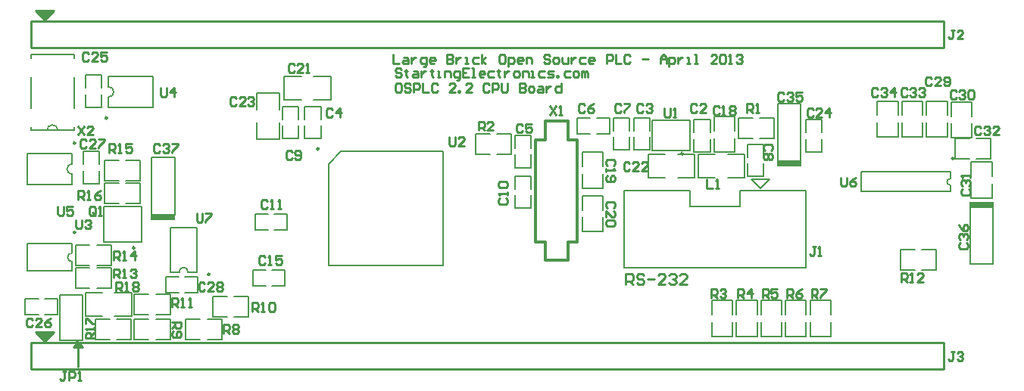
<source format=gto>
%FSLAX42Y42*%
%MOMM*%
G71*
G01*
G75*
%ADD10C,0.20*%
%ADD11C,0.30*%
%ADD12R,1.00X0.85*%
%ADD13R,1.50X1.30*%
%ADD14R,1.00X1.10*%
%ADD15R,1.30X1.50*%
%ADD16R,1.10X1.00*%
%ADD17R,1.50X5.50*%
%ADD18R,1.80X1.60*%
%ADD19R,1.60X1.80*%
%ADD20R,0.30X1.60*%
%ADD21R,1.60X0.30*%
%ADD22R,1.80X0.60*%
%ADD23R,1.80X2.15*%
%ADD24R,0.60X2.20*%
%ADD25R,0.60X1.55*%
%ADD26R,1.90X1.30*%
%ADD27R,0.60X1.80*%
%ADD28C,0.25*%
%ADD29C,0.50*%
%ADD30C,0.40*%
%ADD31C,1.00*%
%ADD32C,1.50*%
%ADD33R,1.50X1.50*%
%ADD34C,1.60*%
%ADD35C,1.10*%
%ADD36C,0.60*%
%ADD37C,1.00*%
%ADD38C,1.20*%
%ADD39R,1.90X1.00*%
%ADD40R,1.50X1.00*%
%ADD41R,1.90X0.70*%
%ADD42R,2.80X1.50*%
%ADD43C,0.25*%
%ADD44C,0.13*%
%ADD45R,2.80X0.65*%
D10*
X1905Y-2959D02*
G03*
X1805Y-2959I-50J0D01*
G01*
X10425Y-1913D02*
G03*
X10425Y-1987I0J-37D01*
G01*
X609Y-1749D02*
G03*
X609Y-1866I0J-58D01*
G01*
X450Y-1375D02*
G03*
X325Y-1375I-62J0D01*
G01*
X1015Y-1001D02*
G03*
X1015Y-884I0J58D01*
G01*
X609Y-2745D02*
G03*
X609Y-2845I0J-50D01*
G01*
X5740Y-2030D02*
Y-1885D01*
X5560Y-2030D02*
Y-1885D01*
X5740D01*
X5560Y-2245D02*
X5740D01*
Y-2100D01*
X5560Y-2245D02*
Y-2100D01*
X1880Y-3485D02*
X2040D01*
X1880Y-3715D02*
X2040D01*
X1880D02*
Y-3485D01*
X2280Y-3715D02*
Y-3485D01*
X2120D02*
X2280D01*
X2120Y-3715D02*
X2280D01*
X1305Y-3485D02*
X1465D01*
X1305Y-3715D02*
X1465D01*
X1305D02*
Y-3485D01*
X1705Y-3715D02*
Y-3485D01*
X1545D02*
X1705D01*
X1545Y-3715D02*
X1705D01*
X2180Y-3235D02*
X2340D01*
X2180Y-3465D02*
X2340D01*
X2180D02*
Y-3235D01*
X2580Y-3465D02*
Y-3235D01*
X2420D02*
X2580D01*
X2420Y-3465D02*
X2580D01*
X1305Y-3210D02*
X1465D01*
X1305Y-3440D02*
X1465D01*
X1305D02*
Y-3210D01*
X1705Y-3440D02*
Y-3210D01*
X1545D02*
X1705D01*
X1545Y-3440D02*
X1705D01*
X2630Y-2935D02*
X2775D01*
X2630Y-3115D02*
X2775D01*
X2630D02*
Y-2935D01*
X2990Y-3115D02*
Y-2935D01*
X2845D02*
X2990D01*
X2845Y-3115D02*
X2990D01*
X8265Y-3440D02*
Y-3280D01*
X8035Y-3440D02*
Y-3280D01*
X8265D01*
X8035Y-3680D02*
X8265D01*
Y-3520D01*
X8035Y-3680D02*
Y-3520D01*
X8540Y-3440D02*
Y-3280D01*
X8310Y-3440D02*
Y-3280D01*
X8540D01*
X8310Y-3680D02*
X8540D01*
Y-3520D01*
X8310Y-3680D02*
Y-3520D01*
X8815Y-3440D02*
Y-3280D01*
X8585Y-3440D02*
Y-3280D01*
X8815D01*
X8585Y-3680D02*
X8815D01*
Y-3520D01*
X8585Y-3680D02*
Y-3520D01*
X9090Y-3440D02*
Y-3280D01*
X8860Y-3440D02*
Y-3280D01*
X9090D01*
X8860Y-3680D02*
X9090D01*
Y-3520D01*
X8860Y-3680D02*
Y-3520D01*
X2655Y-2310D02*
X2800D01*
X2655Y-2490D02*
X2800D01*
X2655D02*
Y-2310D01*
X3015Y-2490D02*
Y-2310D01*
X2870D02*
X3015D01*
X2870Y-2490D02*
X3015D01*
X6540Y-2265D02*
Y-2105D01*
X6310Y-2265D02*
Y-2105D01*
X6540D01*
X6310Y-2505D02*
X6540D01*
Y-2345D01*
X6310Y-2505D02*
Y-2345D01*
X2670Y-1475D02*
X2930D01*
X2670Y-955D02*
X2930D01*
X2670Y-1145D02*
Y-955D01*
X2930Y-1145D02*
Y-955D01*
X2670Y-1475D02*
Y-1285D01*
X2930Y-1475D02*
Y-1285D01*
X3140Y-1250D02*
Y-1105D01*
X2960Y-1250D02*
Y-1105D01*
X3140D01*
X2960Y-1465D02*
X3140D01*
Y-1320D01*
X2960Y-1465D02*
Y-1320D01*
X6310Y-2020D02*
Y-1860D01*
X6540Y-2020D02*
Y-1860D01*
X6310Y-2020D02*
X6540D01*
X6310Y-1620D02*
X6540D01*
X6310Y-1780D02*
Y-1620D01*
X6540Y-1780D02*
Y-1620D01*
X7990Y-3440D02*
Y-3280D01*
X7760Y-3440D02*
Y-3280D01*
X7990D01*
X7760Y-3680D02*
X7990D01*
Y-3520D01*
X7760Y-3680D02*
Y-3520D01*
X6660Y-1595D02*
Y-1450D01*
X6840Y-1595D02*
Y-1450D01*
X6660Y-1595D02*
X6840D01*
X6660Y-1235D02*
X6840D01*
X6660Y-1380D02*
Y-1235D01*
X6840Y-1380D02*
Y-1235D01*
X7050Y-1905D02*
Y-1645D01*
X7570Y-1905D02*
Y-1645D01*
X7380D02*
X7570D01*
X7380Y-1905D02*
X7570D01*
X7050Y-1645D02*
X7240D01*
X7050Y-1905D02*
X7240D01*
X8340Y-1675D02*
Y-1530D01*
X8160Y-1675D02*
Y-1530D01*
X8340D01*
X8160Y-1890D02*
X8340D01*
Y-1745D01*
X8160Y-1890D02*
Y-1745D01*
X5360Y-1640D02*
X5520D01*
X5360Y-1410D02*
X5520D01*
Y-1640D02*
Y-1410D01*
X5120Y-1640D02*
Y-1410D01*
Y-1640D02*
X5280D01*
X5120Y-1410D02*
X5280D01*
X6255Y-1235D02*
X6400D01*
X6255Y-1415D02*
X6400D01*
X6255D02*
Y-1235D01*
X6615Y-1415D02*
Y-1235D01*
X6470D02*
X6615D01*
X6470Y-1415D02*
X6615D01*
X8125Y-1905D02*
Y-1645D01*
X7605Y-1905D02*
Y-1645D01*
Y-1905D02*
X7795D01*
X7605Y-1645D02*
X7795D01*
X7935Y-1905D02*
X8125D01*
X7935Y-1645D02*
X8125D01*
X3475Y-2890D02*
Y-1750D01*
X3615Y-1610D01*
X4755D01*
Y-2890D02*
Y-1610D01*
X3475Y-2890D02*
X4755D01*
X5740Y-1575D02*
Y-1430D01*
X5560Y-1575D02*
Y-1430D01*
X5740D01*
X5560Y-1790D02*
X5740D01*
Y-1645D01*
X5560Y-1790D02*
Y-1645D01*
X3500Y-1030D02*
Y-770D01*
X2980Y-1030D02*
Y-770D01*
Y-1030D02*
X3170D01*
X2980Y-770D02*
X3170D01*
X3310Y-1030D02*
X3500D01*
X3310Y-770D02*
X3500D01*
X3390Y-1250D02*
Y-1105D01*
X3210Y-1250D02*
Y-1105D01*
X3390D01*
X3210Y-1465D02*
X3390D01*
Y-1320D01*
X3210Y-1465D02*
Y-1320D01*
X8055Y-1235D02*
X8215D01*
X8055Y-1465D02*
X8215D01*
X8055D02*
Y-1235D01*
X8455Y-1465D02*
Y-1235D01*
X8295D02*
X8455D01*
X8295Y-1465D02*
X8455D01*
X6885Y-1595D02*
Y-1450D01*
X7065Y-1595D02*
Y-1450D01*
X6885Y-1595D02*
X7065D01*
X6885Y-1235D02*
X7065D01*
X6885Y-1380D02*
Y-1235D01*
X7065Y-1380D02*
Y-1235D01*
X7785Y-1620D02*
Y-1460D01*
X8015Y-1620D02*
Y-1460D01*
X7785Y-1620D02*
X8015D01*
X7785Y-1220D02*
X8015D01*
X7785Y-1380D02*
Y-1220D01*
X8015Y-1380D02*
Y-1220D01*
X7740Y-1400D02*
Y-1255D01*
X7560Y-1400D02*
Y-1255D01*
X7740D01*
X7560Y-1615D02*
X7740D01*
Y-1470D01*
X7560Y-1615D02*
Y-1470D01*
X7095Y-1600D02*
Y-1260D01*
X7515D01*
Y-1600D02*
Y-1260D01*
X7095Y-1600D02*
X7515D01*
X473Y-3219D02*
X727D01*
Y-3727D02*
Y-3219D01*
X473Y-3727D02*
X727D01*
X473D02*
Y-3219D01*
X1275Y-3455D02*
Y-3195D01*
X755Y-3455D02*
Y-3195D01*
Y-3455D02*
X945D01*
X755Y-3195D02*
X945D01*
X1085Y-3455D02*
X1275D01*
X1085Y-3195D02*
X1275D01*
X965Y-2625D02*
Y-2225D01*
X1385D01*
Y-2625D02*
Y-2225D01*
X965Y-2625D02*
X1385D01*
X1110Y-3715D02*
X1270D01*
X1110Y-3485D02*
X1270D01*
Y-3715D02*
Y-3485D01*
X870Y-3715D02*
Y-3485D01*
Y-3715D02*
X1030D01*
X870Y-3485D02*
X1030D01*
X1905Y-2959D02*
X2005D01*
X1705D02*
X1805D01*
X1705Y-2459D02*
X2005D01*
Y-2959D02*
Y-2459D01*
X1705Y-2959D02*
Y-2459D01*
X1210Y-2190D02*
X1370D01*
X1210Y-1960D02*
X1370D01*
Y-2190D02*
Y-1960D01*
X970Y-2190D02*
Y-1960D01*
Y-2190D02*
X1130D01*
X970Y-1960D02*
X1130D01*
X1655Y-3010D02*
X1800D01*
X1655Y-3190D02*
X1800D01*
X1655D02*
Y-3010D01*
X2015Y-3190D02*
Y-3010D01*
X1870D02*
X2015D01*
X1870Y-3190D02*
X2015D01*
X1625Y-1677D02*
X1755D01*
Y-2315D02*
Y-1677D01*
X1495Y-2315D02*
Y-1677D01*
X1625D01*
X9610Y-1445D02*
Y-1285D01*
X9840Y-1445D02*
Y-1285D01*
X9610Y-1445D02*
X9840D01*
X9610Y-1045D02*
X9840D01*
X9610Y-1205D02*
Y-1045D01*
X9840Y-1205D02*
Y-1045D01*
X9885Y-1445D02*
Y-1285D01*
X10115Y-1445D02*
Y-1285D01*
X9885Y-1445D02*
X10115D01*
X9885Y-1045D02*
X10115D01*
X9885Y-1205D02*
Y-1045D01*
X10115Y-1205D02*
Y-1045D01*
X10480Y-1460D02*
X10640D01*
X10480Y-1690D02*
X10640D01*
X10480D02*
Y-1460D01*
X10880Y-1690D02*
Y-1460D01*
X10720D02*
X10880D01*
X10720Y-1690D02*
X10880D01*
X10890Y-1890D02*
Y-1730D01*
X10660Y-1890D02*
Y-1730D01*
X10890D01*
X10660Y-2130D02*
X10890D01*
Y-1970D01*
X10660Y-2130D02*
Y-1970D01*
X10645Y-2873D02*
X10775D01*
X10645D02*
Y-2235D01*
X10905Y-2873D02*
Y-2235D01*
X10775Y-2873D02*
X10905D01*
X10665Y-1215D02*
Y-1055D01*
X10435Y-1215D02*
Y-1055D01*
X10665D01*
X10435Y-1455D02*
X10665D01*
Y-1295D01*
X10435Y-1455D02*
Y-1295D01*
X10425Y-1913D02*
Y-1840D01*
Y-2060D02*
Y-1987D01*
X9425Y-2060D02*
Y-1840D01*
X10425D01*
X9425Y-2060D02*
X10425D01*
X10160Y-1445D02*
Y-1285D01*
X10390Y-1445D02*
Y-1285D01*
X10160Y-1445D02*
X10390D01*
X10160Y-1045D02*
X10390D01*
X10160Y-1205D02*
Y-1045D01*
X10390Y-1205D02*
Y-1045D01*
X6776Y-2045D02*
X7513D01*
X6776Y-2909D02*
Y-2045D01*
Y-2909D02*
X8808D01*
X8071Y-2223D02*
Y-2045D01*
X7513Y-2223D02*
X8071D01*
X7513D02*
Y-2045D01*
X8808Y-2909D02*
Y-2045D01*
X8198Y-1918D02*
X8300Y-2020D01*
X8198Y-1918D02*
X8402D01*
X8300Y-2020D02*
X8402Y-1918D01*
X8071Y-2045D02*
X8808D01*
X609Y-1749D02*
Y-1633D01*
Y-1983D02*
Y-1866D01*
X110Y-1983D02*
Y-1633D01*
X609D01*
X110Y-1983D02*
X609D01*
X253Y-1375D02*
X634D01*
X147Y-525D02*
X634D01*
X147Y-1375D02*
X528D01*
X634Y-1125D02*
Y-775D01*
X147Y-1125D02*
Y-775D01*
X634Y-567D02*
Y-525D01*
X147Y-567D02*
Y-525D01*
X634Y-1375D02*
Y-1333D01*
X147Y-1375D02*
Y-1333D01*
X735Y-1970D02*
Y-1825D01*
X915Y-1970D02*
Y-1825D01*
X735Y-1970D02*
X915D01*
X735Y-1610D02*
X915D01*
X735Y-1755D02*
Y-1610D01*
X915Y-1755D02*
Y-1610D01*
X1015Y-1118D02*
Y-1001D01*
Y-884D02*
Y-768D01*
X1515Y-1118D02*
Y-768D01*
X1015Y-1118D02*
X1515D01*
X1015Y-768D02*
X1515D01*
X300Y-3440D02*
X445D01*
X300Y-3260D02*
X445D01*
Y-3440D02*
Y-3260D01*
X85Y-3440D02*
Y-3260D01*
Y-3440D02*
X230D01*
X85Y-3260D02*
X230D01*
X609Y-2745D02*
Y-2645D01*
Y-2945D02*
Y-2845D01*
X110Y-2945D02*
Y-2645D01*
X609D01*
X110Y-2945D02*
X609D01*
X885Y-3140D02*
X1045D01*
X885Y-2910D02*
X1045D01*
Y-3140D02*
Y-2910D01*
X645Y-3140D02*
Y-2910D01*
Y-3140D02*
X805D01*
X645Y-2910D02*
X805D01*
X885Y-2890D02*
X1045D01*
X885Y-2660D02*
X1045D01*
Y-2890D02*
Y-2660D01*
X645Y-2890D02*
Y-2660D01*
Y-2890D02*
X805D01*
X645Y-2660D02*
X805D01*
X940Y-900D02*
Y-755D01*
X760Y-900D02*
Y-755D01*
X940D01*
X760Y-1115D02*
X940D01*
Y-970D01*
X760Y-1115D02*
Y-970D01*
X10110Y-2940D02*
X10270D01*
X10110Y-2710D02*
X10270D01*
Y-2940D02*
Y-2710D01*
X9870Y-2940D02*
Y-2710D01*
Y-2940D02*
X10030D01*
X9870Y-2710D02*
X10030D01*
X8990Y-1400D02*
Y-1255D01*
X8810Y-1400D02*
Y-1255D01*
X8990D01*
X8810Y-1615D02*
X8990D01*
Y-1470D01*
X8810Y-1615D02*
Y-1470D01*
X8625Y-1077D02*
X8755D01*
Y-1715D02*
Y-1077D01*
X8495Y-1715D02*
Y-1077D01*
X8625D01*
X970Y-1710D02*
X1130D01*
X970Y-1940D02*
X1130D01*
X970D02*
Y-1710D01*
X1370Y-1940D02*
Y-1710D01*
X1210D02*
X1370D01*
X1210Y-1940D02*
X1370D01*
D11*
X6155Y-2620D02*
X6255D01*
X5785D02*
X5895D01*
X5785Y-1480D02*
X5895D01*
X6155D02*
X6255D01*
Y-2620D02*
Y-1480D01*
X5785Y-2620D02*
Y-1480D01*
X6155D02*
Y-1270D01*
X5895D02*
X6155D01*
X5895Y-1480D02*
Y-1270D01*
Y-2830D02*
Y-2620D01*
Y-2830D02*
X6155D01*
Y-2620D01*
D28*
X150Y-450D02*
X10350D01*
X198Y-30D02*
X300Y-132D01*
X198Y-30D02*
X402D01*
X300Y-132D02*
X402Y-30D01*
X150Y-450D02*
Y-150D01*
X10350D01*
Y-450D02*
Y-150D01*
Y-4050D02*
Y-3750D01*
X150D02*
X10350D01*
X150Y-4050D02*
Y-3750D01*
X300Y-3732D02*
X402Y-3630D01*
X198D02*
X402D01*
X198D02*
X300Y-3732D01*
X150Y-4050D02*
X10350D01*
X650Y-3727D02*
X675Y-3752D01*
Y-4025D02*
Y-3752D01*
X627Y-3800D02*
X675Y-3752D01*
X677D01*
X725Y-3800D01*
X627D02*
X725D01*
X7592Y-1092D02*
X7575Y-1075D01*
X7542D01*
X7525Y-1092D01*
Y-1158D01*
X7542Y-1175D01*
X7575D01*
X7592Y-1158D01*
X7692Y-1175D02*
X7625D01*
X7692Y-1108D01*
Y-1092D01*
X7675Y-1075D01*
X7642D01*
X7625Y-1092D01*
X6992D02*
X6975Y-1075D01*
X6942D01*
X6925Y-1092D01*
Y-1158D01*
X6942Y-1175D01*
X6975D01*
X6992Y-1158D01*
X7025Y-1092D02*
X7042Y-1075D01*
X7075D01*
X7092Y-1092D01*
Y-1108D01*
X7075Y-1125D01*
X7058D01*
X7075D01*
X7092Y-1142D01*
Y-1158D01*
X7075Y-1175D01*
X7042D01*
X7025Y-1158D01*
X3517Y-1142D02*
X3500Y-1125D01*
X3467D01*
X3450Y-1142D01*
Y-1208D01*
X3467Y-1225D01*
X3500D01*
X3517Y-1208D01*
X3600Y-1225D02*
Y-1125D01*
X3550Y-1175D01*
X3617D01*
X5642Y-1317D02*
X5625Y-1300D01*
X5592D01*
X5575Y-1317D01*
Y-1383D01*
X5592Y-1400D01*
X5625D01*
X5642Y-1383D01*
X5742Y-1300D02*
X5675D01*
Y-1350D01*
X5708Y-1333D01*
X5725D01*
X5742Y-1350D01*
Y-1383D01*
X5725Y-1400D01*
X5692D01*
X5675Y-1383D01*
X6342Y-1092D02*
X6325Y-1075D01*
X6292D01*
X6275Y-1092D01*
Y-1158D01*
X6292Y-1175D01*
X6325D01*
X6342Y-1158D01*
X6442Y-1075D02*
X6408Y-1092D01*
X6375Y-1125D01*
Y-1158D01*
X6392Y-1175D01*
X6425D01*
X6442Y-1158D01*
Y-1142D01*
X6425Y-1125D01*
X6375D01*
X6742Y-1092D02*
X6725Y-1075D01*
X6692D01*
X6675Y-1092D01*
Y-1158D01*
X6692Y-1175D01*
X6725D01*
X6742Y-1158D01*
X6775Y-1075D02*
X6842D01*
Y-1092D01*
X6775Y-1158D01*
Y-1175D01*
X8423Y-1597D02*
X8440Y-1580D01*
Y-1547D01*
X8423Y-1530D01*
X8357D01*
X8340Y-1547D01*
Y-1580D01*
X8357Y-1597D01*
X8423Y-1630D02*
X8440Y-1647D01*
Y-1680D01*
X8423Y-1697D01*
X8407D01*
X8390Y-1680D01*
X8373Y-1697D01*
X8357D01*
X8340Y-1680D01*
Y-1647D01*
X8357Y-1630D01*
X8373D01*
X8390Y-1647D01*
X8407Y-1630D01*
X8423D01*
X8390Y-1647D02*
Y-1680D01*
X3067Y-1617D02*
X3050Y-1600D01*
X3017D01*
X3000Y-1617D01*
Y-1683D01*
X3017Y-1700D01*
X3050D01*
X3067Y-1683D01*
X3100D02*
X3117Y-1700D01*
X3150D01*
X3167Y-1683D01*
Y-1617D01*
X3150Y-1600D01*
X3117D01*
X3100Y-1617D01*
Y-1633D01*
X3117Y-1650D01*
X3167D01*
X5392Y-2133D02*
X5375Y-2150D01*
Y-2183D01*
X5392Y-2200D01*
X5458D01*
X5475Y-2183D01*
Y-2150D01*
X5458Y-2133D01*
X5475Y-2100D02*
Y-2067D01*
Y-2083D01*
X5375D01*
X5392Y-2100D01*
Y-2017D02*
X5375Y-2000D01*
Y-1967D01*
X5392Y-1950D01*
X5458D01*
X5475Y-1967D01*
Y-2000D01*
X5458Y-2017D01*
X5392D01*
X2792Y-2167D02*
X2775Y-2150D01*
X2742D01*
X2725Y-2167D01*
Y-2233D01*
X2742Y-2250D01*
X2775D01*
X2792Y-2233D01*
X2825Y-2250D02*
X2858D01*
X2842D01*
Y-2150D01*
X2825Y-2167D01*
X2908Y-2250D02*
X2942D01*
X2925D01*
Y-2150D01*
X2908Y-2167D01*
X2767Y-2792D02*
X2750Y-2775D01*
X2717D01*
X2700Y-2792D01*
Y-2858D01*
X2717Y-2875D01*
X2750D01*
X2767Y-2858D01*
X2800Y-2875D02*
X2833D01*
X2817D01*
Y-2775D01*
X2800Y-2792D01*
X2950Y-2775D02*
X2883D01*
Y-2825D01*
X2917Y-2808D01*
X2933D01*
X2950Y-2825D01*
Y-2858D01*
X2933Y-2875D01*
X2900D01*
X2883Y-2858D01*
X7842Y-1117D02*
X7825Y-1100D01*
X7792D01*
X7775Y-1117D01*
Y-1183D01*
X7792Y-1200D01*
X7825D01*
X7842Y-1183D01*
X7875Y-1200D02*
X7908D01*
X7892D01*
Y-1100D01*
X7875Y-1117D01*
X7958D02*
X7975Y-1100D01*
X8008D01*
X8025Y-1117D01*
Y-1133D01*
X8008Y-1150D01*
X8025Y-1167D01*
Y-1183D01*
X8008Y-1200D01*
X7975D01*
X7958Y-1183D01*
Y-1167D01*
X7975Y-1150D01*
X7958Y-1133D01*
Y-1117D01*
X7975Y-1150D02*
X8008D01*
X6658Y-1767D02*
X6675Y-1750D01*
Y-1717D01*
X6658Y-1700D01*
X6592D01*
X6575Y-1717D01*
Y-1750D01*
X6592Y-1767D01*
X6575Y-1800D02*
Y-1833D01*
Y-1817D01*
X6675D01*
X6658Y-1800D01*
X6592Y-1883D02*
X6575Y-1900D01*
Y-1933D01*
X6592Y-1950D01*
X6658D01*
X6675Y-1933D01*
Y-1900D01*
X6658Y-1883D01*
X6642D01*
X6625Y-1900D01*
Y-1950D01*
X6658Y-2242D02*
X6675Y-2225D01*
Y-2192D01*
X6658Y-2175D01*
X6592D01*
X6575Y-2192D01*
Y-2225D01*
X6592Y-2242D01*
X6575Y-2342D02*
Y-2275D01*
X6642Y-2342D01*
X6658D01*
X6675Y-2325D01*
Y-2292D01*
X6658Y-2275D01*
Y-2375D02*
X6675Y-2392D01*
Y-2425D01*
X6658Y-2442D01*
X6592D01*
X6575Y-2425D01*
Y-2392D01*
X6592Y-2375D01*
X6658D01*
X3092Y-642D02*
X3075Y-625D01*
X3042D01*
X3025Y-642D01*
Y-708D01*
X3042Y-725D01*
X3075D01*
X3092Y-708D01*
X3192Y-725D02*
X3125D01*
X3192Y-658D01*
Y-642D01*
X3175Y-625D01*
X3142D01*
X3125Y-642D01*
X3225Y-725D02*
X3258D01*
X3242D01*
Y-625D01*
X3225Y-642D01*
X6842Y-1742D02*
X6825Y-1725D01*
X6792D01*
X6775Y-1742D01*
Y-1808D01*
X6792Y-1825D01*
X6825D01*
X6842Y-1808D01*
X6942Y-1825D02*
X6875D01*
X6942Y-1758D01*
Y-1742D01*
X6925Y-1725D01*
X6892D01*
X6875Y-1742D01*
X7042Y-1825D02*
X6975D01*
X7042Y-1758D01*
Y-1742D01*
X7025Y-1725D01*
X6992D01*
X6975Y-1742D01*
X2442Y-1017D02*
X2425Y-1000D01*
X2392D01*
X2375Y-1017D01*
Y-1083D01*
X2392Y-1100D01*
X2425D01*
X2442Y-1083D01*
X2542Y-1100D02*
X2475D01*
X2542Y-1033D01*
Y-1017D01*
X2525Y-1000D01*
X2492D01*
X2475Y-1017D01*
X2575D02*
X2592Y-1000D01*
X2625D01*
X2642Y-1017D01*
Y-1033D01*
X2625Y-1050D01*
X2608D01*
X2625D01*
X2642Y-1067D01*
Y-1083D01*
X2625Y-1100D01*
X2592D01*
X2575Y-1083D01*
X8892Y-1142D02*
X8875Y-1125D01*
X8842D01*
X8825Y-1142D01*
Y-1208D01*
X8842Y-1225D01*
X8875D01*
X8892Y-1208D01*
X8992Y-1225D02*
X8925D01*
X8992Y-1158D01*
Y-1142D01*
X8975Y-1125D01*
X8942D01*
X8925Y-1142D01*
X9075Y-1225D02*
Y-1125D01*
X9025Y-1175D01*
X9092D01*
X792Y-517D02*
X775Y-500D01*
X742D01*
X725Y-517D01*
Y-583D01*
X742Y-600D01*
X775D01*
X792Y-583D01*
X892Y-600D02*
X825D01*
X892Y-533D01*
Y-517D01*
X875Y-500D01*
X842D01*
X825Y-517D01*
X992Y-500D02*
X925D01*
Y-550D01*
X958Y-533D01*
X975D01*
X992Y-550D01*
Y-583D01*
X975Y-600D01*
X942D01*
X925Y-583D01*
X167Y-3492D02*
X150Y-3475D01*
X117D01*
X100Y-3492D01*
Y-3558D01*
X117Y-3575D01*
X150D01*
X167Y-3558D01*
X267Y-3575D02*
X200D01*
X267Y-3508D01*
Y-3492D01*
X250Y-3475D01*
X217D01*
X200Y-3492D01*
X367Y-3475D02*
X333Y-3492D01*
X300Y-3525D01*
Y-3558D01*
X317Y-3575D01*
X350D01*
X367Y-3558D01*
Y-3542D01*
X350Y-3525D01*
X300D01*
X767Y-1492D02*
X750Y-1475D01*
X717D01*
X700Y-1492D01*
Y-1558D01*
X717Y-1575D01*
X750D01*
X767Y-1558D01*
X867Y-1575D02*
X800D01*
X867Y-1508D01*
Y-1492D01*
X850Y-1475D01*
X817D01*
X800Y-1492D01*
X900Y-1475D02*
X967D01*
Y-1492D01*
X900Y-1558D01*
Y-1575D01*
X2092Y-3092D02*
X2075Y-3075D01*
X2042D01*
X2025Y-3092D01*
Y-3158D01*
X2042Y-3175D01*
X2075D01*
X2092Y-3158D01*
X2192Y-3175D02*
X2125D01*
X2192Y-3108D01*
Y-3092D01*
X2175Y-3075D01*
X2142D01*
X2125Y-3092D01*
X2225D02*
X2242Y-3075D01*
X2275D01*
X2292Y-3092D01*
Y-3108D01*
X2275Y-3125D01*
X2292Y-3142D01*
Y-3158D01*
X2275Y-3175D01*
X2242D01*
X2225Y-3158D01*
Y-3142D01*
X2242Y-3125D01*
X2225Y-3108D01*
Y-3092D01*
X2242Y-3125D02*
X2275D01*
X10217Y-792D02*
X10200Y-775D01*
X10167D01*
X10150Y-792D01*
Y-858D01*
X10167Y-875D01*
X10200D01*
X10217Y-858D01*
X10317Y-875D02*
X10250D01*
X10317Y-808D01*
Y-792D01*
X10300Y-775D01*
X10267D01*
X10250Y-792D01*
X10350Y-858D02*
X10367Y-875D01*
X10400D01*
X10417Y-858D01*
Y-792D01*
X10400Y-775D01*
X10367D01*
X10350Y-792D01*
Y-808D01*
X10367Y-825D01*
X10417D01*
X10492Y-942D02*
X10475Y-925D01*
X10442D01*
X10425Y-942D01*
Y-1008D01*
X10442Y-1025D01*
X10475D01*
X10492Y-1008D01*
X10525Y-942D02*
X10542Y-925D01*
X10575D01*
X10592Y-942D01*
Y-958D01*
X10575Y-975D01*
X10558D01*
X10575D01*
X10592Y-992D01*
Y-1008D01*
X10575Y-1025D01*
X10542D01*
X10525Y-1008D01*
X10625Y-942D02*
X10642Y-925D01*
X10675D01*
X10692Y-942D01*
Y-1008D01*
X10675Y-1025D01*
X10642D01*
X10625Y-1008D01*
Y-942D01*
X10567Y-2033D02*
X10550Y-2050D01*
Y-2083D01*
X10567Y-2100D01*
X10633D01*
X10650Y-2083D01*
Y-2050D01*
X10633Y-2033D01*
X10567Y-2000D02*
X10550Y-1983D01*
Y-1950D01*
X10567Y-1933D01*
X10583D01*
X10600Y-1950D01*
Y-1967D01*
Y-1950D01*
X10617Y-1933D01*
X10633D01*
X10650Y-1950D01*
Y-1983D01*
X10633Y-2000D01*
X10650Y-1900D02*
Y-1867D01*
Y-1883D01*
X10550D01*
X10567Y-1900D01*
X10767Y-1342D02*
X10750Y-1325D01*
X10717D01*
X10700Y-1342D01*
Y-1408D01*
X10717Y-1425D01*
X10750D01*
X10767Y-1408D01*
X10800Y-1342D02*
X10817Y-1325D01*
X10850D01*
X10867Y-1342D01*
Y-1358D01*
X10850Y-1375D01*
X10833D01*
X10850D01*
X10867Y-1392D01*
Y-1408D01*
X10850Y-1425D01*
X10817D01*
X10800Y-1408D01*
X10967Y-1425D02*
X10900D01*
X10967Y-1358D01*
Y-1342D01*
X10950Y-1325D01*
X10917D01*
X10900Y-1342D01*
X9942Y-917D02*
X9925Y-900D01*
X9892D01*
X9875Y-917D01*
Y-983D01*
X9892Y-1000D01*
X9925D01*
X9942Y-983D01*
X9975Y-917D02*
X9992Y-900D01*
X10025D01*
X10042Y-917D01*
Y-933D01*
X10025Y-950D01*
X10008D01*
X10025D01*
X10042Y-967D01*
Y-983D01*
X10025Y-1000D01*
X9992D01*
X9975Y-983D01*
X10075Y-917D02*
X10092Y-900D01*
X10125D01*
X10142Y-917D01*
Y-933D01*
X10125Y-950D01*
X10108D01*
X10125D01*
X10142Y-967D01*
Y-983D01*
X10125Y-1000D01*
X10092D01*
X10075Y-983D01*
X9617Y-917D02*
X9600Y-900D01*
X9567D01*
X9550Y-917D01*
Y-983D01*
X9567Y-1000D01*
X9600D01*
X9617Y-983D01*
X9650Y-917D02*
X9667Y-900D01*
X9700D01*
X9717Y-917D01*
Y-933D01*
X9700Y-950D01*
X9683D01*
X9700D01*
X9717Y-967D01*
Y-983D01*
X9700Y-1000D01*
X9667D01*
X9650Y-983D01*
X9800Y-1000D02*
Y-900D01*
X9750Y-950D01*
X9817D01*
X8567Y-967D02*
X8550Y-950D01*
X8517D01*
X8500Y-967D01*
Y-1033D01*
X8517Y-1050D01*
X8550D01*
X8567Y-1033D01*
X8600Y-967D02*
X8617Y-950D01*
X8650D01*
X8667Y-967D01*
Y-983D01*
X8650Y-1000D01*
X8633D01*
X8650D01*
X8667Y-1017D01*
Y-1033D01*
X8650Y-1050D01*
X8617D01*
X8600Y-1033D01*
X8767Y-950D02*
X8700D01*
Y-1000D01*
X8733Y-983D01*
X8750D01*
X8767Y-1000D01*
Y-1033D01*
X8750Y-1050D01*
X8717D01*
X8700Y-1033D01*
X10542Y-2633D02*
X10525Y-2650D01*
Y-2683D01*
X10542Y-2700D01*
X10608D01*
X10625Y-2683D01*
Y-2650D01*
X10608Y-2633D01*
X10542Y-2600D02*
X10525Y-2583D01*
Y-2550D01*
X10542Y-2533D01*
X10558D01*
X10575Y-2550D01*
Y-2567D01*
Y-2550D01*
X10592Y-2533D01*
X10608D01*
X10625Y-2550D01*
Y-2583D01*
X10608Y-2600D01*
X10525Y-2433D02*
X10542Y-2467D01*
X10575Y-2500D01*
X10608D01*
X10625Y-2483D01*
Y-2450D01*
X10608Y-2433D01*
X10592D01*
X10575Y-2450D01*
Y-2500D01*
X1592Y-1542D02*
X1575Y-1525D01*
X1542D01*
X1525Y-1542D01*
Y-1608D01*
X1542Y-1625D01*
X1575D01*
X1592Y-1608D01*
X1625Y-1542D02*
X1642Y-1525D01*
X1675D01*
X1692Y-1542D01*
Y-1558D01*
X1675Y-1575D01*
X1658D01*
X1675D01*
X1692Y-1592D01*
Y-1608D01*
X1675Y-1625D01*
X1642D01*
X1625Y-1608D01*
X1725Y-1525D02*
X1792D01*
Y-1542D01*
X1725Y-1608D01*
Y-1625D01*
X10467Y-250D02*
X10433D01*
X10450D01*
Y-333D01*
X10433Y-350D01*
X10417D01*
X10400Y-333D01*
X10567Y-350D02*
X10500D01*
X10567Y-283D01*
Y-267D01*
X10550Y-250D01*
X10517D01*
X10500Y-267D01*
X8917Y-2675D02*
X8883D01*
X8900D01*
Y-2758D01*
X8883Y-2775D01*
X8867D01*
X8850Y-2758D01*
X8950Y-2775D02*
X8983D01*
X8967D01*
Y-2675D01*
X8950Y-2692D01*
X10467Y-3850D02*
X10433D01*
X10450D01*
Y-3933D01*
X10433Y-3950D01*
X10417D01*
X10400Y-3933D01*
X10500Y-3867D02*
X10517Y-3850D01*
X10550D01*
X10567Y-3867D01*
Y-3883D01*
X10550Y-3900D01*
X10533D01*
X10550D01*
X10567Y-3917D01*
Y-3933D01*
X10550Y-3950D01*
X10517D01*
X10500Y-3933D01*
X542Y-4075D02*
X508D01*
X525D01*
Y-4158D01*
X508Y-4175D01*
X492D01*
X475Y-4158D01*
X575Y-4175D02*
Y-4075D01*
X625D01*
X642Y-4092D01*
Y-4125D01*
X625Y-4142D01*
X575D01*
X675Y-4175D02*
X708D01*
X692D01*
Y-4075D01*
X675Y-4092D01*
X7700Y-1925D02*
Y-2025D01*
X7767D01*
X7800D02*
X7833D01*
X7817D01*
Y-1925D01*
X7800Y-1942D01*
X867Y-2308D02*
Y-2242D01*
X850Y-2225D01*
X817D01*
X800Y-2242D01*
Y-2308D01*
X817Y-2325D01*
X850D01*
X833Y-2292D02*
X867Y-2325D01*
X850D02*
X867Y-2308D01*
X900Y-2325D02*
X933D01*
X917D01*
Y-2225D01*
X900Y-2242D01*
X8150Y-1175D02*
Y-1075D01*
X8200D01*
X8217Y-1092D01*
Y-1125D01*
X8200Y-1142D01*
X8150D01*
X8183D02*
X8217Y-1175D01*
X8250D02*
X8283D01*
X8267D01*
Y-1075D01*
X8250Y-1092D01*
X5150Y-1375D02*
Y-1275D01*
X5200D01*
X5217Y-1292D01*
Y-1325D01*
X5200Y-1342D01*
X5150D01*
X5183D02*
X5217Y-1375D01*
X5317D02*
X5250D01*
X5317Y-1308D01*
Y-1292D01*
X5300Y-1275D01*
X5267D01*
X5250Y-1292D01*
X7750Y-3250D02*
Y-3150D01*
X7800D01*
X7817Y-3167D01*
Y-3200D01*
X7800Y-3217D01*
X7750D01*
X7783D02*
X7817Y-3250D01*
X7850Y-3167D02*
X7867Y-3150D01*
X7900D01*
X7917Y-3167D01*
Y-3183D01*
X7900Y-3200D01*
X7883D01*
X7900D01*
X7917Y-3217D01*
Y-3233D01*
X7900Y-3250D01*
X7867D01*
X7850Y-3233D01*
X8050Y-3250D02*
Y-3150D01*
X8100D01*
X8117Y-3167D01*
Y-3200D01*
X8100Y-3217D01*
X8050D01*
X8083D02*
X8117Y-3250D01*
X8200D02*
Y-3150D01*
X8150Y-3200D01*
X8217D01*
X8325Y-3250D02*
Y-3150D01*
X8375D01*
X8392Y-3167D01*
Y-3200D01*
X8375Y-3217D01*
X8325D01*
X8358D02*
X8392Y-3250D01*
X8492Y-3150D02*
X8425D01*
Y-3200D01*
X8458Y-3183D01*
X8475D01*
X8492Y-3200D01*
Y-3233D01*
X8475Y-3250D01*
X8442D01*
X8425Y-3233D01*
X8600Y-3250D02*
Y-3150D01*
X8650D01*
X8667Y-3167D01*
Y-3200D01*
X8650Y-3217D01*
X8600D01*
X8633D02*
X8667Y-3250D01*
X8767Y-3150D02*
X8733Y-3167D01*
X8700Y-3200D01*
Y-3233D01*
X8717Y-3250D01*
X8750D01*
X8767Y-3233D01*
Y-3217D01*
X8750Y-3200D01*
X8700D01*
X8875Y-3250D02*
Y-3150D01*
X8925D01*
X8942Y-3167D01*
Y-3200D01*
X8925Y-3217D01*
X8875D01*
X8908D02*
X8942Y-3250D01*
X8975Y-3150D02*
X9042D01*
Y-3167D01*
X8975Y-3233D01*
Y-3250D01*
X2300Y-3650D02*
Y-3550D01*
X2350D01*
X2367Y-3567D01*
Y-3600D01*
X2350Y-3617D01*
X2300D01*
X2333D02*
X2367Y-3650D01*
X2400Y-3567D02*
X2417Y-3550D01*
X2450D01*
X2467Y-3567D01*
Y-3583D01*
X2450Y-3600D01*
X2467Y-3617D01*
Y-3633D01*
X2450Y-3650D01*
X2417D01*
X2400Y-3633D01*
Y-3617D01*
X2417Y-3600D01*
X2400Y-3583D01*
Y-3567D01*
X2417Y-3600D02*
X2450D01*
X1725Y-3525D02*
X1825D01*
Y-3575D01*
X1808Y-3592D01*
X1775D01*
X1758Y-3575D01*
Y-3525D01*
Y-3558D02*
X1725Y-3592D01*
X1742Y-3625D02*
X1725Y-3642D01*
Y-3675D01*
X1742Y-3692D01*
X1808D01*
X1825Y-3675D01*
Y-3642D01*
X1808Y-3625D01*
X1792D01*
X1775Y-3642D01*
Y-3692D01*
X2625Y-3400D02*
Y-3300D01*
X2675D01*
X2692Y-3317D01*
Y-3350D01*
X2675Y-3367D01*
X2625D01*
X2658D02*
X2692Y-3400D01*
X2725D02*
X2758D01*
X2742D01*
Y-3300D01*
X2725Y-3317D01*
X2808D02*
X2825Y-3300D01*
X2858D01*
X2875Y-3317D01*
Y-3383D01*
X2858Y-3400D01*
X2825D01*
X2808Y-3383D01*
Y-3317D01*
X1725Y-3350D02*
Y-3250D01*
X1775D01*
X1792Y-3267D01*
Y-3300D01*
X1775Y-3317D01*
X1725D01*
X1758D02*
X1792Y-3350D01*
X1825D02*
X1858D01*
X1842D01*
Y-3250D01*
X1825Y-3267D01*
X1908Y-3350D02*
X1942D01*
X1925D01*
Y-3250D01*
X1908Y-3267D01*
X9875Y-3075D02*
Y-2975D01*
X9925D01*
X9942Y-2992D01*
Y-3025D01*
X9925Y-3042D01*
X9875D01*
X9908D02*
X9942Y-3075D01*
X9975D02*
X10008D01*
X9992D01*
Y-2975D01*
X9975Y-2992D01*
X10125Y-3075D02*
X10058D01*
X10125Y-3008D01*
Y-2992D01*
X10108Y-2975D01*
X10075D01*
X10058Y-2992D01*
X1075Y-3025D02*
Y-2925D01*
X1125D01*
X1142Y-2942D01*
Y-2975D01*
X1125Y-2992D01*
X1075D01*
X1108D02*
X1142Y-3025D01*
X1175D02*
X1208D01*
X1192D01*
Y-2925D01*
X1175Y-2942D01*
X1258D02*
X1275Y-2925D01*
X1308D01*
X1325Y-2942D01*
Y-2958D01*
X1308Y-2975D01*
X1292D01*
X1308D01*
X1325Y-2992D01*
Y-3008D01*
X1308Y-3025D01*
X1275D01*
X1258Y-3008D01*
X1075Y-2825D02*
Y-2725D01*
X1125D01*
X1142Y-2742D01*
Y-2775D01*
X1125Y-2792D01*
X1075D01*
X1108D02*
X1142Y-2825D01*
X1175D02*
X1208D01*
X1192D01*
Y-2725D01*
X1175Y-2742D01*
X1308Y-2825D02*
Y-2725D01*
X1258Y-2775D01*
X1325D01*
X1025Y-1625D02*
Y-1525D01*
X1075D01*
X1092Y-1542D01*
Y-1575D01*
X1075Y-1592D01*
X1025D01*
X1058D02*
X1092Y-1625D01*
X1125D02*
X1158D01*
X1142D01*
Y-1525D01*
X1125Y-1542D01*
X1275Y-1525D02*
X1208D01*
Y-1575D01*
X1242Y-1558D01*
X1258D01*
X1275Y-1575D01*
Y-1608D01*
X1258Y-1625D01*
X1225D01*
X1208Y-1608D01*
X675Y-2150D02*
Y-2050D01*
X725D01*
X742Y-2067D01*
Y-2100D01*
X725Y-2117D01*
X675D01*
X708D02*
X742Y-2150D01*
X775D02*
X808D01*
X792D01*
Y-2050D01*
X775Y-2067D01*
X925Y-2050D02*
X892Y-2067D01*
X858Y-2100D01*
Y-2133D01*
X875Y-2150D01*
X908D01*
X925Y-2133D01*
Y-2117D01*
X908Y-2100D01*
X858D01*
X850Y-3700D02*
X760D01*
Y-3655D01*
X775Y-3640D01*
X805D01*
X820Y-3655D01*
Y-3700D01*
Y-3670D02*
X850Y-3640D01*
Y-3610D02*
Y-3580D01*
Y-3595D01*
X760D01*
X775Y-3610D01*
X760Y-3535D02*
Y-3475D01*
X775D01*
X835Y-3535D01*
X850D01*
X1100Y-3175D02*
Y-3075D01*
X1150D01*
X1167Y-3092D01*
Y-3125D01*
X1150Y-3142D01*
X1100D01*
X1133D02*
X1167Y-3175D01*
X1200D02*
X1233D01*
X1217D01*
Y-3075D01*
X1200Y-3092D01*
X1283D02*
X1300Y-3075D01*
X1333D01*
X1350Y-3092D01*
Y-3108D01*
X1333Y-3125D01*
X1350Y-3142D01*
Y-3158D01*
X1333Y-3175D01*
X1300D01*
X1283Y-3158D01*
Y-3142D01*
X1300Y-3125D01*
X1283Y-3108D01*
Y-3092D01*
X1300Y-3125D02*
X1333D01*
X7225Y-1125D02*
Y-1208D01*
X7242Y-1225D01*
X7275D01*
X7292Y-1208D01*
Y-1125D01*
X7325Y-1225D02*
X7358D01*
X7342D01*
Y-1125D01*
X7325Y-1142D01*
X4825Y-1450D02*
Y-1533D01*
X4842Y-1550D01*
X4875D01*
X4892Y-1533D01*
Y-1450D01*
X4992Y-1550D02*
X4925D01*
X4992Y-1483D01*
Y-1467D01*
X4975Y-1450D01*
X4942D01*
X4925Y-1467D01*
X650Y-2375D02*
Y-2458D01*
X667Y-2475D01*
X700D01*
X717Y-2458D01*
Y-2375D01*
X750Y-2392D02*
X767Y-2375D01*
X800D01*
X817Y-2392D01*
Y-2408D01*
X800Y-2425D01*
X783D01*
X800D01*
X817Y-2442D01*
Y-2458D01*
X800Y-2475D01*
X767D01*
X750Y-2458D01*
X1600Y-900D02*
Y-983D01*
X1617Y-1000D01*
X1650D01*
X1667Y-983D01*
Y-900D01*
X1750Y-1000D02*
Y-900D01*
X1700Y-950D01*
X1767D01*
X450Y-2225D02*
Y-2308D01*
X467Y-2325D01*
X500D01*
X517Y-2308D01*
Y-2225D01*
X617D02*
X550D01*
Y-2275D01*
X583Y-2258D01*
X600D01*
X617Y-2275D01*
Y-2308D01*
X600Y-2325D01*
X567D01*
X550Y-2308D01*
X9200Y-1900D02*
Y-1983D01*
X9217Y-2000D01*
X9250D01*
X9267Y-1983D01*
Y-1900D01*
X9367D02*
X9333Y-1917D01*
X9300Y-1950D01*
Y-1983D01*
X9317Y-2000D01*
X9350D01*
X9367Y-1983D01*
Y-1967D01*
X9350Y-1950D01*
X9300D01*
X2000Y-2300D02*
Y-2383D01*
X2017Y-2400D01*
X2050D01*
X2067Y-2383D01*
Y-2300D01*
X2100D02*
X2167D01*
Y-2317D01*
X2100Y-2383D01*
Y-2400D01*
X5950Y-1100D02*
X6017Y-1200D01*
Y-1100D02*
X5950Y-1200D01*
X6050D02*
X6083D01*
X6067D01*
Y-1100D01*
X6050Y-1117D01*
X675Y-1325D02*
X742Y-1425D01*
Y-1325D02*
X675Y-1425D01*
X842D02*
X775D01*
X842Y-1358D01*
Y-1342D01*
X825Y-1325D01*
X792D01*
X775Y-1342D01*
X6800Y-3100D02*
Y-2980D01*
X6860D01*
X6880Y-3000D01*
Y-3040D01*
X6860Y-3060D01*
X6800D01*
X6840D02*
X6880Y-3100D01*
X7000Y-3000D02*
X6980Y-2980D01*
X6940D01*
X6920Y-3000D01*
Y-3020D01*
X6940Y-3040D01*
X6980D01*
X7000Y-3060D01*
Y-3080D01*
X6980Y-3100D01*
X6940D01*
X6920Y-3080D01*
X7040Y-3040D02*
X7120D01*
X7240Y-3100D02*
X7160D01*
X7240Y-3020D01*
Y-3000D01*
X7220Y-2980D01*
X7180D01*
X7160Y-3000D01*
X7280D02*
X7300Y-2980D01*
X7340D01*
X7360Y-3000D01*
Y-3020D01*
X7340Y-3040D01*
X7320D01*
X7340D01*
X7360Y-3060D01*
Y-3080D01*
X7340Y-3100D01*
X7300D01*
X7280Y-3080D01*
X7480Y-3100D02*
X7400D01*
X7480Y-3020D01*
Y-3000D01*
X7460Y-2980D01*
X7420D01*
X7400Y-3000D01*
X4200Y-525D02*
Y-625D01*
X4267D01*
X4317Y-558D02*
X4350D01*
X4367Y-575D01*
Y-625D01*
X4317D01*
X4300Y-608D01*
X4317Y-592D01*
X4367D01*
X4400Y-558D02*
Y-625D01*
Y-592D01*
X4417Y-575D01*
X4433Y-558D01*
X4450D01*
X4533Y-658D02*
X4550D01*
X4567Y-642D01*
Y-558D01*
X4517D01*
X4500Y-575D01*
Y-608D01*
X4517Y-625D01*
X4567D01*
X4650D02*
X4617D01*
X4600Y-608D01*
Y-575D01*
X4617Y-558D01*
X4650D01*
X4667Y-575D01*
Y-592D01*
X4600D01*
X4800Y-525D02*
Y-625D01*
X4850D01*
X4866Y-608D01*
Y-592D01*
X4850Y-575D01*
X4800D01*
X4850D01*
X4866Y-558D01*
Y-542D01*
X4850Y-525D01*
X4800D01*
X4900Y-558D02*
Y-625D01*
Y-592D01*
X4916Y-575D01*
X4933Y-558D01*
X4950D01*
X5000Y-625D02*
X5033D01*
X5016D01*
Y-558D01*
X5000D01*
X5150D02*
X5100D01*
X5083Y-575D01*
Y-608D01*
X5100Y-625D01*
X5150D01*
X5183D02*
Y-525D01*
Y-592D02*
X5233Y-558D01*
X5183Y-592D02*
X5233Y-625D01*
X5433Y-525D02*
X5400D01*
X5383Y-542D01*
Y-608D01*
X5400Y-625D01*
X5433D01*
X5450Y-608D01*
Y-542D01*
X5433Y-525D01*
X5483Y-658D02*
Y-558D01*
X5533D01*
X5550Y-575D01*
Y-608D01*
X5533Y-625D01*
X5483D01*
X5633D02*
X5600D01*
X5583Y-608D01*
Y-575D01*
X5600Y-558D01*
X5633D01*
X5650Y-575D01*
Y-592D01*
X5583D01*
X5683Y-625D02*
Y-558D01*
X5733D01*
X5750Y-575D01*
Y-625D01*
X5949Y-542D02*
X5933Y-525D01*
X5899D01*
X5883Y-542D01*
Y-558D01*
X5899Y-575D01*
X5933D01*
X5949Y-592D01*
Y-608D01*
X5933Y-625D01*
X5899D01*
X5883Y-608D01*
X5999Y-625D02*
X6033D01*
X6049Y-608D01*
Y-575D01*
X6033Y-558D01*
X5999D01*
X5983Y-575D01*
Y-608D01*
X5999Y-625D01*
X6083Y-558D02*
Y-608D01*
X6099Y-625D01*
X6149D01*
Y-558D01*
X6183D02*
Y-625D01*
Y-592D01*
X6199Y-575D01*
X6216Y-558D01*
X6233D01*
X6349D02*
X6299D01*
X6283Y-575D01*
Y-608D01*
X6299Y-625D01*
X6349D01*
X6433D02*
X6399D01*
X6383Y-608D01*
Y-575D01*
X6399Y-558D01*
X6433D01*
X6449Y-575D01*
Y-592D01*
X6383D01*
X6583Y-625D02*
Y-525D01*
X6633D01*
X6649Y-542D01*
Y-575D01*
X6633Y-592D01*
X6583D01*
X6683Y-525D02*
Y-625D01*
X6749D01*
X6849Y-542D02*
X6832Y-525D01*
X6799D01*
X6783Y-542D01*
Y-608D01*
X6799Y-625D01*
X6832D01*
X6849Y-608D01*
X6982Y-575D02*
X7049D01*
X7182Y-625D02*
Y-558D01*
X7216Y-525D01*
X7249Y-558D01*
Y-625D01*
Y-575D01*
X7182D01*
X7282Y-658D02*
Y-558D01*
X7332D01*
X7349Y-575D01*
Y-608D01*
X7332Y-625D01*
X7282D01*
X7382Y-558D02*
Y-625D01*
Y-592D01*
X7399Y-575D01*
X7416Y-558D01*
X7432D01*
X7482Y-625D02*
X7516D01*
X7499D01*
Y-558D01*
X7482D01*
X7566Y-625D02*
X7599D01*
X7582D01*
Y-525D01*
X7566D01*
X7816Y-625D02*
X7749D01*
X7816Y-558D01*
Y-542D01*
X7799Y-525D01*
X7766D01*
X7749Y-542D01*
X7849D02*
X7865Y-525D01*
X7899D01*
X7915Y-542D01*
Y-608D01*
X7899Y-625D01*
X7865D01*
X7849Y-608D01*
Y-542D01*
X7949Y-625D02*
X7982D01*
X7965D01*
Y-525D01*
X7949Y-542D01*
X8032D02*
X8049Y-525D01*
X8082D01*
X8099Y-542D01*
Y-558D01*
X8082Y-575D01*
X8065D01*
X8082D01*
X8099Y-592D01*
Y-608D01*
X8082Y-625D01*
X8049D01*
X8032Y-608D01*
X4292Y-692D02*
X4275Y-675D01*
X4242D01*
X4225Y-692D01*
Y-708D01*
X4242Y-725D01*
X4275D01*
X4292Y-742D01*
Y-758D01*
X4275Y-775D01*
X4242D01*
X4225Y-758D01*
X4342Y-692D02*
Y-708D01*
X4325D01*
X4358D01*
X4342D01*
Y-758D01*
X4358Y-775D01*
X4425Y-708D02*
X4458D01*
X4475Y-725D01*
Y-775D01*
X4425D01*
X4408Y-758D01*
X4425Y-742D01*
X4475D01*
X4508Y-708D02*
Y-775D01*
Y-742D01*
X4525Y-725D01*
X4542Y-708D01*
X4558D01*
X4625Y-692D02*
Y-708D01*
X4608D01*
X4642D01*
X4625D01*
Y-758D01*
X4642Y-775D01*
X4692D02*
X4725D01*
X4708D01*
Y-708D01*
X4692D01*
X4775Y-775D02*
Y-708D01*
X4825D01*
X4841Y-725D01*
Y-775D01*
X4908Y-808D02*
X4925D01*
X4941Y-792D01*
Y-708D01*
X4891D01*
X4875Y-725D01*
Y-758D01*
X4891Y-775D01*
X4941D01*
X5041Y-675D02*
X4975D01*
Y-775D01*
X5041D01*
X4975Y-725D02*
X5008D01*
X5075Y-775D02*
X5108D01*
X5091D01*
Y-675D01*
X5075D01*
X5208Y-775D02*
X5175D01*
X5158Y-758D01*
Y-725D01*
X5175Y-708D01*
X5208D01*
X5225Y-725D01*
Y-742D01*
X5158D01*
X5325Y-708D02*
X5275D01*
X5258Y-725D01*
Y-758D01*
X5275Y-775D01*
X5325D01*
X5375Y-692D02*
Y-708D01*
X5358D01*
X5391D01*
X5375D01*
Y-758D01*
X5391Y-775D01*
X5441Y-708D02*
Y-775D01*
Y-742D01*
X5458Y-725D01*
X5475Y-708D01*
X5491D01*
X5558Y-775D02*
X5591D01*
X5608Y-758D01*
Y-725D01*
X5591Y-708D01*
X5558D01*
X5541Y-725D01*
Y-758D01*
X5558Y-775D01*
X5641D02*
Y-708D01*
X5691D01*
X5708Y-725D01*
Y-775D01*
X5741D02*
X5774D01*
X5758D01*
Y-708D01*
X5741D01*
X5891D02*
X5841D01*
X5824Y-725D01*
Y-758D01*
X5841Y-775D01*
X5891D01*
X5924D02*
X5974D01*
X5991Y-758D01*
X5974Y-742D01*
X5941D01*
X5924Y-725D01*
X5941Y-708D01*
X5991D01*
X6024Y-775D02*
Y-758D01*
X6041D01*
Y-775D01*
X6024D01*
X6174Y-708D02*
X6124D01*
X6108Y-725D01*
Y-758D01*
X6124Y-775D01*
X6174D01*
X6224D02*
X6258D01*
X6274Y-758D01*
Y-725D01*
X6258Y-708D01*
X6224D01*
X6208Y-725D01*
Y-758D01*
X6224Y-775D01*
X6308D02*
Y-708D01*
X6324D01*
X6341Y-725D01*
Y-775D01*
Y-725D01*
X6358Y-708D01*
X6374Y-725D01*
Y-775D01*
X4275Y-850D02*
X4242D01*
X4225Y-867D01*
Y-933D01*
X4242Y-950D01*
X4275D01*
X4292Y-933D01*
Y-867D01*
X4275Y-850D01*
X4392Y-867D02*
X4375Y-850D01*
X4342D01*
X4325Y-867D01*
Y-883D01*
X4342Y-900D01*
X4375D01*
X4392Y-917D01*
Y-933D01*
X4375Y-950D01*
X4342D01*
X4325Y-933D01*
X4425Y-950D02*
Y-850D01*
X4475D01*
X4492Y-867D01*
Y-900D01*
X4475Y-917D01*
X4425D01*
X4525Y-850D02*
Y-950D01*
X4592D01*
X4692Y-867D02*
X4675Y-850D01*
X4642D01*
X4625Y-867D01*
Y-933D01*
X4642Y-950D01*
X4675D01*
X4692Y-933D01*
X4891Y-950D02*
X4825D01*
X4891Y-883D01*
Y-867D01*
X4875Y-850D01*
X4841D01*
X4825Y-867D01*
X4925Y-950D02*
Y-933D01*
X4941D01*
Y-950D01*
X4925D01*
X5075D02*
X5008D01*
X5075Y-883D01*
Y-867D01*
X5058Y-850D01*
X5025D01*
X5008Y-867D01*
X5275D02*
X5258Y-850D01*
X5225D01*
X5208Y-867D01*
Y-933D01*
X5225Y-950D01*
X5258D01*
X5275Y-933D01*
X5308Y-950D02*
Y-850D01*
X5358D01*
X5375Y-867D01*
Y-900D01*
X5358Y-917D01*
X5308D01*
X5408Y-850D02*
Y-933D01*
X5425Y-950D01*
X5458D01*
X5475Y-933D01*
Y-850D01*
X5608D02*
Y-950D01*
X5658D01*
X5675Y-933D01*
Y-917D01*
X5658Y-900D01*
X5608D01*
X5658D01*
X5675Y-883D01*
Y-867D01*
X5658Y-850D01*
X5608D01*
X5725Y-950D02*
X5758D01*
X5775Y-933D01*
Y-900D01*
X5758Y-883D01*
X5725D01*
X5708Y-900D01*
Y-933D01*
X5725Y-950D01*
X5824Y-883D02*
X5858D01*
X5874Y-900D01*
Y-950D01*
X5824D01*
X5808Y-933D01*
X5824Y-917D01*
X5874D01*
X5908Y-883D02*
Y-950D01*
Y-917D01*
X5924Y-900D01*
X5941Y-883D01*
X5958D01*
X6074Y-850D02*
Y-950D01*
X6024D01*
X6008Y-933D01*
Y-900D01*
X6024Y-883D01*
X6074D01*
D43*
X3367Y-1580D02*
G03*
X3367Y-1580I-12J0D01*
G01*
X7440Y-1635D02*
G03*
X7440Y-1635I-12J0D01*
G01*
X1307Y-2690D02*
G03*
X1307Y-2690I-12J0D01*
G01*
X2148Y-2985D02*
G03*
X2148Y-2985I-12J0D01*
G01*
X10467Y-1690D02*
G03*
X10467Y-1690I-12J0D01*
G01*
X647Y-1515D02*
G03*
X647Y-1515I-12J0D01*
G01*
X1002Y-1235D02*
G03*
X1002Y-1235I-12J0D01*
G01*
X647Y-2515D02*
G03*
X647Y-2515I-12J0D01*
G01*
D44*
X236Y-74D02*
Y-36D01*
X364D01*
Y-74D01*
X236D01*
X247Y-63D02*
Y-47D01*
X353D01*
Y-63D01*
X247D01*
X257Y-56D02*
X343Y-54D01*
X300Y-123D02*
X258Y-81D01*
X300Y-39D01*
X342Y-81D01*
X300Y-123D01*
Y-108D02*
X273Y-81D01*
X300Y-54D01*
X327Y-81D01*
X300Y-108D01*
Y-93D02*
X288Y-81D01*
X300Y-68D01*
X313Y-81D01*
X300Y-93D01*
X300Y-83D02*
Y-79D01*
X300Y-3723D02*
X258Y-3681D01*
X300Y-3639D01*
X342Y-3681D01*
X300Y-3723D01*
Y-3708D02*
X273Y-3681D01*
X300Y-3654D01*
X327Y-3681D01*
X300Y-3708D01*
Y-3693D02*
X288Y-3681D01*
X300Y-3668D01*
X313Y-3681D01*
X300Y-3693D01*
X300Y-3683D02*
Y-3679D01*
X236Y-3674D02*
Y-3636D01*
X364D01*
Y-3674D01*
X236D01*
X247Y-3663D02*
Y-3647D01*
X353D01*
Y-3663D01*
X247D01*
X257Y-3656D02*
X343Y-3654D01*
D45*
X1625Y-2345D02*
D03*
X10775Y-2205D02*
D03*
X8625Y-1745D02*
D03*
M02*

</source>
